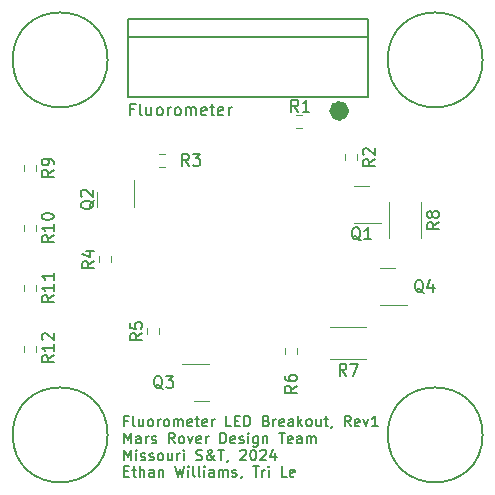
<source format=gbr>
%TF.GenerationSoftware,KiCad,Pcbnew,7.0.7*%
%TF.CreationDate,2023-11-05T11:25:07-06:00*%
%TF.ProjectId,LEDBreakout_Hardware,4c454442-7265-4616-9b6f-75745f486172,rev?*%
%TF.SameCoordinates,Original*%
%TF.FileFunction,Legend,Top*%
%TF.FilePolarity,Positive*%
%FSLAX46Y46*%
G04 Gerber Fmt 4.6, Leading zero omitted, Abs format (unit mm)*
G04 Created by KiCad (PCBNEW 7.0.7) date 2023-11-05 11:25:07*
%MOMM*%
%LPD*%
G01*
G04 APERTURE LIST*
%ADD10C,0.837000*%
%ADD11C,0.150000*%
%ADD12C,0.203200*%
%ADD13C,0.120000*%
G04 APERTURE END LIST*
D10*
X92620500Y-67818000D02*
G75*
G03*
X92620500Y-67818000I-418500J0D01*
G01*
D11*
X74838112Y-67672009D02*
X74504779Y-67672009D01*
X74504779Y-68195819D02*
X74504779Y-67195819D01*
X74504779Y-67195819D02*
X74980969Y-67195819D01*
X75504779Y-68195819D02*
X75409541Y-68148200D01*
X75409541Y-68148200D02*
X75361922Y-68052961D01*
X75361922Y-68052961D02*
X75361922Y-67195819D01*
X76314303Y-67529152D02*
X76314303Y-68195819D01*
X75885732Y-67529152D02*
X75885732Y-68052961D01*
X75885732Y-68052961D02*
X75933351Y-68148200D01*
X75933351Y-68148200D02*
X76028589Y-68195819D01*
X76028589Y-68195819D02*
X76171446Y-68195819D01*
X76171446Y-68195819D02*
X76266684Y-68148200D01*
X76266684Y-68148200D02*
X76314303Y-68100580D01*
X76933351Y-68195819D02*
X76838113Y-68148200D01*
X76838113Y-68148200D02*
X76790494Y-68100580D01*
X76790494Y-68100580D02*
X76742875Y-68005342D01*
X76742875Y-68005342D02*
X76742875Y-67719628D01*
X76742875Y-67719628D02*
X76790494Y-67624390D01*
X76790494Y-67624390D02*
X76838113Y-67576771D01*
X76838113Y-67576771D02*
X76933351Y-67529152D01*
X76933351Y-67529152D02*
X77076208Y-67529152D01*
X77076208Y-67529152D02*
X77171446Y-67576771D01*
X77171446Y-67576771D02*
X77219065Y-67624390D01*
X77219065Y-67624390D02*
X77266684Y-67719628D01*
X77266684Y-67719628D02*
X77266684Y-68005342D01*
X77266684Y-68005342D02*
X77219065Y-68100580D01*
X77219065Y-68100580D02*
X77171446Y-68148200D01*
X77171446Y-68148200D02*
X77076208Y-68195819D01*
X77076208Y-68195819D02*
X76933351Y-68195819D01*
X77695256Y-68195819D02*
X77695256Y-67529152D01*
X77695256Y-67719628D02*
X77742875Y-67624390D01*
X77742875Y-67624390D02*
X77790494Y-67576771D01*
X77790494Y-67576771D02*
X77885732Y-67529152D01*
X77885732Y-67529152D02*
X77980970Y-67529152D01*
X78457161Y-68195819D02*
X78361923Y-68148200D01*
X78361923Y-68148200D02*
X78314304Y-68100580D01*
X78314304Y-68100580D02*
X78266685Y-68005342D01*
X78266685Y-68005342D02*
X78266685Y-67719628D01*
X78266685Y-67719628D02*
X78314304Y-67624390D01*
X78314304Y-67624390D02*
X78361923Y-67576771D01*
X78361923Y-67576771D02*
X78457161Y-67529152D01*
X78457161Y-67529152D02*
X78600018Y-67529152D01*
X78600018Y-67529152D02*
X78695256Y-67576771D01*
X78695256Y-67576771D02*
X78742875Y-67624390D01*
X78742875Y-67624390D02*
X78790494Y-67719628D01*
X78790494Y-67719628D02*
X78790494Y-68005342D01*
X78790494Y-68005342D02*
X78742875Y-68100580D01*
X78742875Y-68100580D02*
X78695256Y-68148200D01*
X78695256Y-68148200D02*
X78600018Y-68195819D01*
X78600018Y-68195819D02*
X78457161Y-68195819D01*
X79219066Y-68195819D02*
X79219066Y-67529152D01*
X79219066Y-67624390D02*
X79266685Y-67576771D01*
X79266685Y-67576771D02*
X79361923Y-67529152D01*
X79361923Y-67529152D02*
X79504780Y-67529152D01*
X79504780Y-67529152D02*
X79600018Y-67576771D01*
X79600018Y-67576771D02*
X79647637Y-67672009D01*
X79647637Y-67672009D02*
X79647637Y-68195819D01*
X79647637Y-67672009D02*
X79695256Y-67576771D01*
X79695256Y-67576771D02*
X79790494Y-67529152D01*
X79790494Y-67529152D02*
X79933351Y-67529152D01*
X79933351Y-67529152D02*
X80028590Y-67576771D01*
X80028590Y-67576771D02*
X80076209Y-67672009D01*
X80076209Y-67672009D02*
X80076209Y-68195819D01*
X80933351Y-68148200D02*
X80838113Y-68195819D01*
X80838113Y-68195819D02*
X80647637Y-68195819D01*
X80647637Y-68195819D02*
X80552399Y-68148200D01*
X80552399Y-68148200D02*
X80504780Y-68052961D01*
X80504780Y-68052961D02*
X80504780Y-67672009D01*
X80504780Y-67672009D02*
X80552399Y-67576771D01*
X80552399Y-67576771D02*
X80647637Y-67529152D01*
X80647637Y-67529152D02*
X80838113Y-67529152D01*
X80838113Y-67529152D02*
X80933351Y-67576771D01*
X80933351Y-67576771D02*
X80980970Y-67672009D01*
X80980970Y-67672009D02*
X80980970Y-67767247D01*
X80980970Y-67767247D02*
X80504780Y-67862485D01*
X81266685Y-67529152D02*
X81647637Y-67529152D01*
X81409542Y-67195819D02*
X81409542Y-68052961D01*
X81409542Y-68052961D02*
X81457161Y-68148200D01*
X81457161Y-68148200D02*
X81552399Y-68195819D01*
X81552399Y-68195819D02*
X81647637Y-68195819D01*
X82361923Y-68148200D02*
X82266685Y-68195819D01*
X82266685Y-68195819D02*
X82076209Y-68195819D01*
X82076209Y-68195819D02*
X81980971Y-68148200D01*
X81980971Y-68148200D02*
X81933352Y-68052961D01*
X81933352Y-68052961D02*
X81933352Y-67672009D01*
X81933352Y-67672009D02*
X81980971Y-67576771D01*
X81980971Y-67576771D02*
X82076209Y-67529152D01*
X82076209Y-67529152D02*
X82266685Y-67529152D01*
X82266685Y-67529152D02*
X82361923Y-67576771D01*
X82361923Y-67576771D02*
X82409542Y-67672009D01*
X82409542Y-67672009D02*
X82409542Y-67767247D01*
X82409542Y-67767247D02*
X81933352Y-67862485D01*
X82838114Y-68195819D02*
X82838114Y-67529152D01*
X82838114Y-67719628D02*
X82885733Y-67624390D01*
X82885733Y-67624390D02*
X82933352Y-67576771D01*
X82933352Y-67576771D02*
X83028590Y-67529152D01*
X83028590Y-67529152D02*
X83123828Y-67529152D01*
D12*
X74301684Y-94054100D02*
X74005350Y-94054100D01*
X74005350Y-94519767D02*
X74005350Y-93630767D01*
X74005350Y-93630767D02*
X74428684Y-93630767D01*
X74894350Y-94519767D02*
X74809684Y-94477434D01*
X74809684Y-94477434D02*
X74767350Y-94392767D01*
X74767350Y-94392767D02*
X74767350Y-93630767D01*
X75614017Y-93927100D02*
X75614017Y-94519767D01*
X75233017Y-93927100D02*
X75233017Y-94392767D01*
X75233017Y-94392767D02*
X75275351Y-94477434D01*
X75275351Y-94477434D02*
X75360017Y-94519767D01*
X75360017Y-94519767D02*
X75487017Y-94519767D01*
X75487017Y-94519767D02*
X75571684Y-94477434D01*
X75571684Y-94477434D02*
X75614017Y-94435100D01*
X76164350Y-94519767D02*
X76079684Y-94477434D01*
X76079684Y-94477434D02*
X76037350Y-94435100D01*
X76037350Y-94435100D02*
X75995017Y-94350434D01*
X75995017Y-94350434D02*
X75995017Y-94096434D01*
X75995017Y-94096434D02*
X76037350Y-94011767D01*
X76037350Y-94011767D02*
X76079684Y-93969434D01*
X76079684Y-93969434D02*
X76164350Y-93927100D01*
X76164350Y-93927100D02*
X76291350Y-93927100D01*
X76291350Y-93927100D02*
X76376017Y-93969434D01*
X76376017Y-93969434D02*
X76418350Y-94011767D01*
X76418350Y-94011767D02*
X76460684Y-94096434D01*
X76460684Y-94096434D02*
X76460684Y-94350434D01*
X76460684Y-94350434D02*
X76418350Y-94435100D01*
X76418350Y-94435100D02*
X76376017Y-94477434D01*
X76376017Y-94477434D02*
X76291350Y-94519767D01*
X76291350Y-94519767D02*
X76164350Y-94519767D01*
X76841683Y-94519767D02*
X76841683Y-93927100D01*
X76841683Y-94096434D02*
X76884017Y-94011767D01*
X76884017Y-94011767D02*
X76926350Y-93969434D01*
X76926350Y-93969434D02*
X77011017Y-93927100D01*
X77011017Y-93927100D02*
X77095683Y-93927100D01*
X77519016Y-94519767D02*
X77434350Y-94477434D01*
X77434350Y-94477434D02*
X77392016Y-94435100D01*
X77392016Y-94435100D02*
X77349683Y-94350434D01*
X77349683Y-94350434D02*
X77349683Y-94096434D01*
X77349683Y-94096434D02*
X77392016Y-94011767D01*
X77392016Y-94011767D02*
X77434350Y-93969434D01*
X77434350Y-93969434D02*
X77519016Y-93927100D01*
X77519016Y-93927100D02*
X77646016Y-93927100D01*
X77646016Y-93927100D02*
X77730683Y-93969434D01*
X77730683Y-93969434D02*
X77773016Y-94011767D01*
X77773016Y-94011767D02*
X77815350Y-94096434D01*
X77815350Y-94096434D02*
X77815350Y-94350434D01*
X77815350Y-94350434D02*
X77773016Y-94435100D01*
X77773016Y-94435100D02*
X77730683Y-94477434D01*
X77730683Y-94477434D02*
X77646016Y-94519767D01*
X77646016Y-94519767D02*
X77519016Y-94519767D01*
X78196349Y-94519767D02*
X78196349Y-93927100D01*
X78196349Y-94011767D02*
X78238683Y-93969434D01*
X78238683Y-93969434D02*
X78323349Y-93927100D01*
X78323349Y-93927100D02*
X78450349Y-93927100D01*
X78450349Y-93927100D02*
X78535016Y-93969434D01*
X78535016Y-93969434D02*
X78577349Y-94054100D01*
X78577349Y-94054100D02*
X78577349Y-94519767D01*
X78577349Y-94054100D02*
X78619683Y-93969434D01*
X78619683Y-93969434D02*
X78704349Y-93927100D01*
X78704349Y-93927100D02*
X78831349Y-93927100D01*
X78831349Y-93927100D02*
X78916016Y-93969434D01*
X78916016Y-93969434D02*
X78958349Y-94054100D01*
X78958349Y-94054100D02*
X78958349Y-94519767D01*
X79720349Y-94477434D02*
X79635682Y-94519767D01*
X79635682Y-94519767D02*
X79466349Y-94519767D01*
X79466349Y-94519767D02*
X79381682Y-94477434D01*
X79381682Y-94477434D02*
X79339349Y-94392767D01*
X79339349Y-94392767D02*
X79339349Y-94054100D01*
X79339349Y-94054100D02*
X79381682Y-93969434D01*
X79381682Y-93969434D02*
X79466349Y-93927100D01*
X79466349Y-93927100D02*
X79635682Y-93927100D01*
X79635682Y-93927100D02*
X79720349Y-93969434D01*
X79720349Y-93969434D02*
X79762682Y-94054100D01*
X79762682Y-94054100D02*
X79762682Y-94138767D01*
X79762682Y-94138767D02*
X79339349Y-94223434D01*
X80016682Y-93927100D02*
X80355349Y-93927100D01*
X80143682Y-93630767D02*
X80143682Y-94392767D01*
X80143682Y-94392767D02*
X80186016Y-94477434D01*
X80186016Y-94477434D02*
X80270682Y-94519767D01*
X80270682Y-94519767D02*
X80355349Y-94519767D01*
X80990349Y-94477434D02*
X80905682Y-94519767D01*
X80905682Y-94519767D02*
X80736349Y-94519767D01*
X80736349Y-94519767D02*
X80651682Y-94477434D01*
X80651682Y-94477434D02*
X80609349Y-94392767D01*
X80609349Y-94392767D02*
X80609349Y-94054100D01*
X80609349Y-94054100D02*
X80651682Y-93969434D01*
X80651682Y-93969434D02*
X80736349Y-93927100D01*
X80736349Y-93927100D02*
X80905682Y-93927100D01*
X80905682Y-93927100D02*
X80990349Y-93969434D01*
X80990349Y-93969434D02*
X81032682Y-94054100D01*
X81032682Y-94054100D02*
X81032682Y-94138767D01*
X81032682Y-94138767D02*
X80609349Y-94223434D01*
X81413682Y-94519767D02*
X81413682Y-93927100D01*
X81413682Y-94096434D02*
X81456016Y-94011767D01*
X81456016Y-94011767D02*
X81498349Y-93969434D01*
X81498349Y-93969434D02*
X81583016Y-93927100D01*
X81583016Y-93927100D02*
X81667682Y-93927100D01*
X83064682Y-94519767D02*
X82641348Y-94519767D01*
X82641348Y-94519767D02*
X82641348Y-93630767D01*
X83361015Y-94054100D02*
X83657349Y-94054100D01*
X83784349Y-94519767D02*
X83361015Y-94519767D01*
X83361015Y-94519767D02*
X83361015Y-93630767D01*
X83361015Y-93630767D02*
X83784349Y-93630767D01*
X84165348Y-94519767D02*
X84165348Y-93630767D01*
X84165348Y-93630767D02*
X84377015Y-93630767D01*
X84377015Y-93630767D02*
X84504015Y-93673100D01*
X84504015Y-93673100D02*
X84588682Y-93757767D01*
X84588682Y-93757767D02*
X84631015Y-93842434D01*
X84631015Y-93842434D02*
X84673348Y-94011767D01*
X84673348Y-94011767D02*
X84673348Y-94138767D01*
X84673348Y-94138767D02*
X84631015Y-94308100D01*
X84631015Y-94308100D02*
X84588682Y-94392767D01*
X84588682Y-94392767D02*
X84504015Y-94477434D01*
X84504015Y-94477434D02*
X84377015Y-94519767D01*
X84377015Y-94519767D02*
X84165348Y-94519767D01*
X86028015Y-94054100D02*
X86155015Y-94096434D01*
X86155015Y-94096434D02*
X86197348Y-94138767D01*
X86197348Y-94138767D02*
X86239681Y-94223434D01*
X86239681Y-94223434D02*
X86239681Y-94350434D01*
X86239681Y-94350434D02*
X86197348Y-94435100D01*
X86197348Y-94435100D02*
X86155015Y-94477434D01*
X86155015Y-94477434D02*
X86070348Y-94519767D01*
X86070348Y-94519767D02*
X85731681Y-94519767D01*
X85731681Y-94519767D02*
X85731681Y-93630767D01*
X85731681Y-93630767D02*
X86028015Y-93630767D01*
X86028015Y-93630767D02*
X86112681Y-93673100D01*
X86112681Y-93673100D02*
X86155015Y-93715434D01*
X86155015Y-93715434D02*
X86197348Y-93800100D01*
X86197348Y-93800100D02*
X86197348Y-93884767D01*
X86197348Y-93884767D02*
X86155015Y-93969434D01*
X86155015Y-93969434D02*
X86112681Y-94011767D01*
X86112681Y-94011767D02*
X86028015Y-94054100D01*
X86028015Y-94054100D02*
X85731681Y-94054100D01*
X86620681Y-94519767D02*
X86620681Y-93927100D01*
X86620681Y-94096434D02*
X86663015Y-94011767D01*
X86663015Y-94011767D02*
X86705348Y-93969434D01*
X86705348Y-93969434D02*
X86790015Y-93927100D01*
X86790015Y-93927100D02*
X86874681Y-93927100D01*
X87509681Y-94477434D02*
X87425014Y-94519767D01*
X87425014Y-94519767D02*
X87255681Y-94519767D01*
X87255681Y-94519767D02*
X87171014Y-94477434D01*
X87171014Y-94477434D02*
X87128681Y-94392767D01*
X87128681Y-94392767D02*
X87128681Y-94054100D01*
X87128681Y-94054100D02*
X87171014Y-93969434D01*
X87171014Y-93969434D02*
X87255681Y-93927100D01*
X87255681Y-93927100D02*
X87425014Y-93927100D01*
X87425014Y-93927100D02*
X87509681Y-93969434D01*
X87509681Y-93969434D02*
X87552014Y-94054100D01*
X87552014Y-94054100D02*
X87552014Y-94138767D01*
X87552014Y-94138767D02*
X87128681Y-94223434D01*
X88314014Y-94519767D02*
X88314014Y-94054100D01*
X88314014Y-94054100D02*
X88271681Y-93969434D01*
X88271681Y-93969434D02*
X88187014Y-93927100D01*
X88187014Y-93927100D02*
X88017681Y-93927100D01*
X88017681Y-93927100D02*
X87933014Y-93969434D01*
X88314014Y-94477434D02*
X88229348Y-94519767D01*
X88229348Y-94519767D02*
X88017681Y-94519767D01*
X88017681Y-94519767D02*
X87933014Y-94477434D01*
X87933014Y-94477434D02*
X87890681Y-94392767D01*
X87890681Y-94392767D02*
X87890681Y-94308100D01*
X87890681Y-94308100D02*
X87933014Y-94223434D01*
X87933014Y-94223434D02*
X88017681Y-94181100D01*
X88017681Y-94181100D02*
X88229348Y-94181100D01*
X88229348Y-94181100D02*
X88314014Y-94138767D01*
X88737347Y-94519767D02*
X88737347Y-93630767D01*
X88822014Y-94181100D02*
X89076014Y-94519767D01*
X89076014Y-93927100D02*
X88737347Y-94265767D01*
X89584014Y-94519767D02*
X89499348Y-94477434D01*
X89499348Y-94477434D02*
X89457014Y-94435100D01*
X89457014Y-94435100D02*
X89414681Y-94350434D01*
X89414681Y-94350434D02*
X89414681Y-94096434D01*
X89414681Y-94096434D02*
X89457014Y-94011767D01*
X89457014Y-94011767D02*
X89499348Y-93969434D01*
X89499348Y-93969434D02*
X89584014Y-93927100D01*
X89584014Y-93927100D02*
X89711014Y-93927100D01*
X89711014Y-93927100D02*
X89795681Y-93969434D01*
X89795681Y-93969434D02*
X89838014Y-94011767D01*
X89838014Y-94011767D02*
X89880348Y-94096434D01*
X89880348Y-94096434D02*
X89880348Y-94350434D01*
X89880348Y-94350434D02*
X89838014Y-94435100D01*
X89838014Y-94435100D02*
X89795681Y-94477434D01*
X89795681Y-94477434D02*
X89711014Y-94519767D01*
X89711014Y-94519767D02*
X89584014Y-94519767D01*
X90642347Y-93927100D02*
X90642347Y-94519767D01*
X90261347Y-93927100D02*
X90261347Y-94392767D01*
X90261347Y-94392767D02*
X90303681Y-94477434D01*
X90303681Y-94477434D02*
X90388347Y-94519767D01*
X90388347Y-94519767D02*
X90515347Y-94519767D01*
X90515347Y-94519767D02*
X90600014Y-94477434D01*
X90600014Y-94477434D02*
X90642347Y-94435100D01*
X90938680Y-93927100D02*
X91277347Y-93927100D01*
X91065680Y-93630767D02*
X91065680Y-94392767D01*
X91065680Y-94392767D02*
X91108014Y-94477434D01*
X91108014Y-94477434D02*
X91192680Y-94519767D01*
X91192680Y-94519767D02*
X91277347Y-94519767D01*
X91616014Y-94477434D02*
X91616014Y-94519767D01*
X91616014Y-94519767D02*
X91573680Y-94604434D01*
X91573680Y-94604434D02*
X91531347Y-94646767D01*
X93182346Y-94519767D02*
X92886013Y-94096434D01*
X92674346Y-94519767D02*
X92674346Y-93630767D01*
X92674346Y-93630767D02*
X93013013Y-93630767D01*
X93013013Y-93630767D02*
X93097680Y-93673100D01*
X93097680Y-93673100D02*
X93140013Y-93715434D01*
X93140013Y-93715434D02*
X93182346Y-93800100D01*
X93182346Y-93800100D02*
X93182346Y-93927100D01*
X93182346Y-93927100D02*
X93140013Y-94011767D01*
X93140013Y-94011767D02*
X93097680Y-94054100D01*
X93097680Y-94054100D02*
X93013013Y-94096434D01*
X93013013Y-94096434D02*
X92674346Y-94096434D01*
X93902013Y-94477434D02*
X93817346Y-94519767D01*
X93817346Y-94519767D02*
X93648013Y-94519767D01*
X93648013Y-94519767D02*
X93563346Y-94477434D01*
X93563346Y-94477434D02*
X93521013Y-94392767D01*
X93521013Y-94392767D02*
X93521013Y-94054100D01*
X93521013Y-94054100D02*
X93563346Y-93969434D01*
X93563346Y-93969434D02*
X93648013Y-93927100D01*
X93648013Y-93927100D02*
X93817346Y-93927100D01*
X93817346Y-93927100D02*
X93902013Y-93969434D01*
X93902013Y-93969434D02*
X93944346Y-94054100D01*
X93944346Y-94054100D02*
X93944346Y-94138767D01*
X93944346Y-94138767D02*
X93521013Y-94223434D01*
X94240680Y-93927100D02*
X94452346Y-94519767D01*
X94452346Y-94519767D02*
X94664013Y-93927100D01*
X95468346Y-94519767D02*
X94960346Y-94519767D01*
X95214346Y-94519767D02*
X95214346Y-93630767D01*
X95214346Y-93630767D02*
X95129679Y-93757767D01*
X95129679Y-93757767D02*
X95045013Y-93842434D01*
X95045013Y-93842434D02*
X94960346Y-93884767D01*
X74005350Y-95951057D02*
X74005350Y-95062057D01*
X74005350Y-95062057D02*
X74301684Y-95697057D01*
X74301684Y-95697057D02*
X74598017Y-95062057D01*
X74598017Y-95062057D02*
X74598017Y-95951057D01*
X75402350Y-95951057D02*
X75402350Y-95485390D01*
X75402350Y-95485390D02*
X75360017Y-95400724D01*
X75360017Y-95400724D02*
X75275350Y-95358390D01*
X75275350Y-95358390D02*
X75106017Y-95358390D01*
X75106017Y-95358390D02*
X75021350Y-95400724D01*
X75402350Y-95908724D02*
X75317684Y-95951057D01*
X75317684Y-95951057D02*
X75106017Y-95951057D01*
X75106017Y-95951057D02*
X75021350Y-95908724D01*
X75021350Y-95908724D02*
X74979017Y-95824057D01*
X74979017Y-95824057D02*
X74979017Y-95739390D01*
X74979017Y-95739390D02*
X75021350Y-95654724D01*
X75021350Y-95654724D02*
X75106017Y-95612390D01*
X75106017Y-95612390D02*
X75317684Y-95612390D01*
X75317684Y-95612390D02*
X75402350Y-95570057D01*
X75825683Y-95951057D02*
X75825683Y-95358390D01*
X75825683Y-95527724D02*
X75868017Y-95443057D01*
X75868017Y-95443057D02*
X75910350Y-95400724D01*
X75910350Y-95400724D02*
X75995017Y-95358390D01*
X75995017Y-95358390D02*
X76079683Y-95358390D01*
X76333683Y-95908724D02*
X76418350Y-95951057D01*
X76418350Y-95951057D02*
X76587683Y-95951057D01*
X76587683Y-95951057D02*
X76672350Y-95908724D01*
X76672350Y-95908724D02*
X76714683Y-95824057D01*
X76714683Y-95824057D02*
X76714683Y-95781724D01*
X76714683Y-95781724D02*
X76672350Y-95697057D01*
X76672350Y-95697057D02*
X76587683Y-95654724D01*
X76587683Y-95654724D02*
X76460683Y-95654724D01*
X76460683Y-95654724D02*
X76376016Y-95612390D01*
X76376016Y-95612390D02*
X76333683Y-95527724D01*
X76333683Y-95527724D02*
X76333683Y-95485390D01*
X76333683Y-95485390D02*
X76376016Y-95400724D01*
X76376016Y-95400724D02*
X76460683Y-95358390D01*
X76460683Y-95358390D02*
X76587683Y-95358390D01*
X76587683Y-95358390D02*
X76672350Y-95400724D01*
X78281016Y-95951057D02*
X77984683Y-95527724D01*
X77773016Y-95951057D02*
X77773016Y-95062057D01*
X77773016Y-95062057D02*
X78111683Y-95062057D01*
X78111683Y-95062057D02*
X78196350Y-95104390D01*
X78196350Y-95104390D02*
X78238683Y-95146724D01*
X78238683Y-95146724D02*
X78281016Y-95231390D01*
X78281016Y-95231390D02*
X78281016Y-95358390D01*
X78281016Y-95358390D02*
X78238683Y-95443057D01*
X78238683Y-95443057D02*
X78196350Y-95485390D01*
X78196350Y-95485390D02*
X78111683Y-95527724D01*
X78111683Y-95527724D02*
X77773016Y-95527724D01*
X78789016Y-95951057D02*
X78704350Y-95908724D01*
X78704350Y-95908724D02*
X78662016Y-95866390D01*
X78662016Y-95866390D02*
X78619683Y-95781724D01*
X78619683Y-95781724D02*
X78619683Y-95527724D01*
X78619683Y-95527724D02*
X78662016Y-95443057D01*
X78662016Y-95443057D02*
X78704350Y-95400724D01*
X78704350Y-95400724D02*
X78789016Y-95358390D01*
X78789016Y-95358390D02*
X78916016Y-95358390D01*
X78916016Y-95358390D02*
X79000683Y-95400724D01*
X79000683Y-95400724D02*
X79043016Y-95443057D01*
X79043016Y-95443057D02*
X79085350Y-95527724D01*
X79085350Y-95527724D02*
X79085350Y-95781724D01*
X79085350Y-95781724D02*
X79043016Y-95866390D01*
X79043016Y-95866390D02*
X79000683Y-95908724D01*
X79000683Y-95908724D02*
X78916016Y-95951057D01*
X78916016Y-95951057D02*
X78789016Y-95951057D01*
X79381683Y-95358390D02*
X79593349Y-95951057D01*
X79593349Y-95951057D02*
X79805016Y-95358390D01*
X80482349Y-95908724D02*
X80397682Y-95951057D01*
X80397682Y-95951057D02*
X80228349Y-95951057D01*
X80228349Y-95951057D02*
X80143682Y-95908724D01*
X80143682Y-95908724D02*
X80101349Y-95824057D01*
X80101349Y-95824057D02*
X80101349Y-95485390D01*
X80101349Y-95485390D02*
X80143682Y-95400724D01*
X80143682Y-95400724D02*
X80228349Y-95358390D01*
X80228349Y-95358390D02*
X80397682Y-95358390D01*
X80397682Y-95358390D02*
X80482349Y-95400724D01*
X80482349Y-95400724D02*
X80524682Y-95485390D01*
X80524682Y-95485390D02*
X80524682Y-95570057D01*
X80524682Y-95570057D02*
X80101349Y-95654724D01*
X80905682Y-95951057D02*
X80905682Y-95358390D01*
X80905682Y-95527724D02*
X80948016Y-95443057D01*
X80948016Y-95443057D02*
X80990349Y-95400724D01*
X80990349Y-95400724D02*
X81075016Y-95358390D01*
X81075016Y-95358390D02*
X81159682Y-95358390D01*
X82133348Y-95951057D02*
X82133348Y-95062057D01*
X82133348Y-95062057D02*
X82345015Y-95062057D01*
X82345015Y-95062057D02*
X82472015Y-95104390D01*
X82472015Y-95104390D02*
X82556682Y-95189057D01*
X82556682Y-95189057D02*
X82599015Y-95273724D01*
X82599015Y-95273724D02*
X82641348Y-95443057D01*
X82641348Y-95443057D02*
X82641348Y-95570057D01*
X82641348Y-95570057D02*
X82599015Y-95739390D01*
X82599015Y-95739390D02*
X82556682Y-95824057D01*
X82556682Y-95824057D02*
X82472015Y-95908724D01*
X82472015Y-95908724D02*
X82345015Y-95951057D01*
X82345015Y-95951057D02*
X82133348Y-95951057D01*
X83361015Y-95908724D02*
X83276348Y-95951057D01*
X83276348Y-95951057D02*
X83107015Y-95951057D01*
X83107015Y-95951057D02*
X83022348Y-95908724D01*
X83022348Y-95908724D02*
X82980015Y-95824057D01*
X82980015Y-95824057D02*
X82980015Y-95485390D01*
X82980015Y-95485390D02*
X83022348Y-95400724D01*
X83022348Y-95400724D02*
X83107015Y-95358390D01*
X83107015Y-95358390D02*
X83276348Y-95358390D01*
X83276348Y-95358390D02*
X83361015Y-95400724D01*
X83361015Y-95400724D02*
X83403348Y-95485390D01*
X83403348Y-95485390D02*
X83403348Y-95570057D01*
X83403348Y-95570057D02*
X82980015Y-95654724D01*
X83742015Y-95908724D02*
X83826682Y-95951057D01*
X83826682Y-95951057D02*
X83996015Y-95951057D01*
X83996015Y-95951057D02*
X84080682Y-95908724D01*
X84080682Y-95908724D02*
X84123015Y-95824057D01*
X84123015Y-95824057D02*
X84123015Y-95781724D01*
X84123015Y-95781724D02*
X84080682Y-95697057D01*
X84080682Y-95697057D02*
X83996015Y-95654724D01*
X83996015Y-95654724D02*
X83869015Y-95654724D01*
X83869015Y-95654724D02*
X83784348Y-95612390D01*
X83784348Y-95612390D02*
X83742015Y-95527724D01*
X83742015Y-95527724D02*
X83742015Y-95485390D01*
X83742015Y-95485390D02*
X83784348Y-95400724D01*
X83784348Y-95400724D02*
X83869015Y-95358390D01*
X83869015Y-95358390D02*
X83996015Y-95358390D01*
X83996015Y-95358390D02*
X84080682Y-95400724D01*
X84504015Y-95951057D02*
X84504015Y-95358390D01*
X84504015Y-95062057D02*
X84461682Y-95104390D01*
X84461682Y-95104390D02*
X84504015Y-95146724D01*
X84504015Y-95146724D02*
X84546349Y-95104390D01*
X84546349Y-95104390D02*
X84504015Y-95062057D01*
X84504015Y-95062057D02*
X84504015Y-95146724D01*
X85308348Y-95358390D02*
X85308348Y-96078057D01*
X85308348Y-96078057D02*
X85266015Y-96162724D01*
X85266015Y-96162724D02*
X85223682Y-96205057D01*
X85223682Y-96205057D02*
X85139015Y-96247390D01*
X85139015Y-96247390D02*
X85012015Y-96247390D01*
X85012015Y-96247390D02*
X84927348Y-96205057D01*
X85308348Y-95908724D02*
X85223682Y-95951057D01*
X85223682Y-95951057D02*
X85054348Y-95951057D01*
X85054348Y-95951057D02*
X84969682Y-95908724D01*
X84969682Y-95908724D02*
X84927348Y-95866390D01*
X84927348Y-95866390D02*
X84885015Y-95781724D01*
X84885015Y-95781724D02*
X84885015Y-95527724D01*
X84885015Y-95527724D02*
X84927348Y-95443057D01*
X84927348Y-95443057D02*
X84969682Y-95400724D01*
X84969682Y-95400724D02*
X85054348Y-95358390D01*
X85054348Y-95358390D02*
X85223682Y-95358390D01*
X85223682Y-95358390D02*
X85308348Y-95400724D01*
X85731681Y-95358390D02*
X85731681Y-95951057D01*
X85731681Y-95443057D02*
X85774015Y-95400724D01*
X85774015Y-95400724D02*
X85858681Y-95358390D01*
X85858681Y-95358390D02*
X85985681Y-95358390D01*
X85985681Y-95358390D02*
X86070348Y-95400724D01*
X86070348Y-95400724D02*
X86112681Y-95485390D01*
X86112681Y-95485390D02*
X86112681Y-95951057D01*
X87086347Y-95062057D02*
X87594347Y-95062057D01*
X87340347Y-95951057D02*
X87340347Y-95062057D01*
X88229347Y-95908724D02*
X88144680Y-95951057D01*
X88144680Y-95951057D02*
X87975347Y-95951057D01*
X87975347Y-95951057D02*
X87890680Y-95908724D01*
X87890680Y-95908724D02*
X87848347Y-95824057D01*
X87848347Y-95824057D02*
X87848347Y-95485390D01*
X87848347Y-95485390D02*
X87890680Y-95400724D01*
X87890680Y-95400724D02*
X87975347Y-95358390D01*
X87975347Y-95358390D02*
X88144680Y-95358390D01*
X88144680Y-95358390D02*
X88229347Y-95400724D01*
X88229347Y-95400724D02*
X88271680Y-95485390D01*
X88271680Y-95485390D02*
X88271680Y-95570057D01*
X88271680Y-95570057D02*
X87848347Y-95654724D01*
X89033680Y-95951057D02*
X89033680Y-95485390D01*
X89033680Y-95485390D02*
X88991347Y-95400724D01*
X88991347Y-95400724D02*
X88906680Y-95358390D01*
X88906680Y-95358390D02*
X88737347Y-95358390D01*
X88737347Y-95358390D02*
X88652680Y-95400724D01*
X89033680Y-95908724D02*
X88949014Y-95951057D01*
X88949014Y-95951057D02*
X88737347Y-95951057D01*
X88737347Y-95951057D02*
X88652680Y-95908724D01*
X88652680Y-95908724D02*
X88610347Y-95824057D01*
X88610347Y-95824057D02*
X88610347Y-95739390D01*
X88610347Y-95739390D02*
X88652680Y-95654724D01*
X88652680Y-95654724D02*
X88737347Y-95612390D01*
X88737347Y-95612390D02*
X88949014Y-95612390D01*
X88949014Y-95612390D02*
X89033680Y-95570057D01*
X89457013Y-95951057D02*
X89457013Y-95358390D01*
X89457013Y-95443057D02*
X89499347Y-95400724D01*
X89499347Y-95400724D02*
X89584013Y-95358390D01*
X89584013Y-95358390D02*
X89711013Y-95358390D01*
X89711013Y-95358390D02*
X89795680Y-95400724D01*
X89795680Y-95400724D02*
X89838013Y-95485390D01*
X89838013Y-95485390D02*
X89838013Y-95951057D01*
X89838013Y-95485390D02*
X89880347Y-95400724D01*
X89880347Y-95400724D02*
X89965013Y-95358390D01*
X89965013Y-95358390D02*
X90092013Y-95358390D01*
X90092013Y-95358390D02*
X90176680Y-95400724D01*
X90176680Y-95400724D02*
X90219013Y-95485390D01*
X90219013Y-95485390D02*
X90219013Y-95951057D01*
X74005350Y-97382347D02*
X74005350Y-96493347D01*
X74005350Y-96493347D02*
X74301684Y-97128347D01*
X74301684Y-97128347D02*
X74598017Y-96493347D01*
X74598017Y-96493347D02*
X74598017Y-97382347D01*
X75021350Y-97382347D02*
X75021350Y-96789680D01*
X75021350Y-96493347D02*
X74979017Y-96535680D01*
X74979017Y-96535680D02*
X75021350Y-96578014D01*
X75021350Y-96578014D02*
X75063684Y-96535680D01*
X75063684Y-96535680D02*
X75021350Y-96493347D01*
X75021350Y-96493347D02*
X75021350Y-96578014D01*
X75402350Y-97340014D02*
X75487017Y-97382347D01*
X75487017Y-97382347D02*
X75656350Y-97382347D01*
X75656350Y-97382347D02*
X75741017Y-97340014D01*
X75741017Y-97340014D02*
X75783350Y-97255347D01*
X75783350Y-97255347D02*
X75783350Y-97213014D01*
X75783350Y-97213014D02*
X75741017Y-97128347D01*
X75741017Y-97128347D02*
X75656350Y-97086014D01*
X75656350Y-97086014D02*
X75529350Y-97086014D01*
X75529350Y-97086014D02*
X75444683Y-97043680D01*
X75444683Y-97043680D02*
X75402350Y-96959014D01*
X75402350Y-96959014D02*
X75402350Y-96916680D01*
X75402350Y-96916680D02*
X75444683Y-96832014D01*
X75444683Y-96832014D02*
X75529350Y-96789680D01*
X75529350Y-96789680D02*
X75656350Y-96789680D01*
X75656350Y-96789680D02*
X75741017Y-96832014D01*
X76122017Y-97340014D02*
X76206684Y-97382347D01*
X76206684Y-97382347D02*
X76376017Y-97382347D01*
X76376017Y-97382347D02*
X76460684Y-97340014D01*
X76460684Y-97340014D02*
X76503017Y-97255347D01*
X76503017Y-97255347D02*
X76503017Y-97213014D01*
X76503017Y-97213014D02*
X76460684Y-97128347D01*
X76460684Y-97128347D02*
X76376017Y-97086014D01*
X76376017Y-97086014D02*
X76249017Y-97086014D01*
X76249017Y-97086014D02*
X76164350Y-97043680D01*
X76164350Y-97043680D02*
X76122017Y-96959014D01*
X76122017Y-96959014D02*
X76122017Y-96916680D01*
X76122017Y-96916680D02*
X76164350Y-96832014D01*
X76164350Y-96832014D02*
X76249017Y-96789680D01*
X76249017Y-96789680D02*
X76376017Y-96789680D01*
X76376017Y-96789680D02*
X76460684Y-96832014D01*
X77011017Y-97382347D02*
X76926351Y-97340014D01*
X76926351Y-97340014D02*
X76884017Y-97297680D01*
X76884017Y-97297680D02*
X76841684Y-97213014D01*
X76841684Y-97213014D02*
X76841684Y-96959014D01*
X76841684Y-96959014D02*
X76884017Y-96874347D01*
X76884017Y-96874347D02*
X76926351Y-96832014D01*
X76926351Y-96832014D02*
X77011017Y-96789680D01*
X77011017Y-96789680D02*
X77138017Y-96789680D01*
X77138017Y-96789680D02*
X77222684Y-96832014D01*
X77222684Y-96832014D02*
X77265017Y-96874347D01*
X77265017Y-96874347D02*
X77307351Y-96959014D01*
X77307351Y-96959014D02*
X77307351Y-97213014D01*
X77307351Y-97213014D02*
X77265017Y-97297680D01*
X77265017Y-97297680D02*
X77222684Y-97340014D01*
X77222684Y-97340014D02*
X77138017Y-97382347D01*
X77138017Y-97382347D02*
X77011017Y-97382347D01*
X78069350Y-96789680D02*
X78069350Y-97382347D01*
X77688350Y-96789680D02*
X77688350Y-97255347D01*
X77688350Y-97255347D02*
X77730684Y-97340014D01*
X77730684Y-97340014D02*
X77815350Y-97382347D01*
X77815350Y-97382347D02*
X77942350Y-97382347D01*
X77942350Y-97382347D02*
X78027017Y-97340014D01*
X78027017Y-97340014D02*
X78069350Y-97297680D01*
X78492683Y-97382347D02*
X78492683Y-96789680D01*
X78492683Y-96959014D02*
X78535017Y-96874347D01*
X78535017Y-96874347D02*
X78577350Y-96832014D01*
X78577350Y-96832014D02*
X78662017Y-96789680D01*
X78662017Y-96789680D02*
X78746683Y-96789680D01*
X79043016Y-97382347D02*
X79043016Y-96789680D01*
X79043016Y-96493347D02*
X79000683Y-96535680D01*
X79000683Y-96535680D02*
X79043016Y-96578014D01*
X79043016Y-96578014D02*
X79085350Y-96535680D01*
X79085350Y-96535680D02*
X79043016Y-96493347D01*
X79043016Y-96493347D02*
X79043016Y-96578014D01*
X80101349Y-97340014D02*
X80228349Y-97382347D01*
X80228349Y-97382347D02*
X80440016Y-97382347D01*
X80440016Y-97382347D02*
X80524682Y-97340014D01*
X80524682Y-97340014D02*
X80567016Y-97297680D01*
X80567016Y-97297680D02*
X80609349Y-97213014D01*
X80609349Y-97213014D02*
X80609349Y-97128347D01*
X80609349Y-97128347D02*
X80567016Y-97043680D01*
X80567016Y-97043680D02*
X80524682Y-97001347D01*
X80524682Y-97001347D02*
X80440016Y-96959014D01*
X80440016Y-96959014D02*
X80270682Y-96916680D01*
X80270682Y-96916680D02*
X80186016Y-96874347D01*
X80186016Y-96874347D02*
X80143682Y-96832014D01*
X80143682Y-96832014D02*
X80101349Y-96747347D01*
X80101349Y-96747347D02*
X80101349Y-96662680D01*
X80101349Y-96662680D02*
X80143682Y-96578014D01*
X80143682Y-96578014D02*
X80186016Y-96535680D01*
X80186016Y-96535680D02*
X80270682Y-96493347D01*
X80270682Y-96493347D02*
X80482349Y-96493347D01*
X80482349Y-96493347D02*
X80609349Y-96535680D01*
X81710016Y-97382347D02*
X81667683Y-97382347D01*
X81667683Y-97382347D02*
X81583016Y-97340014D01*
X81583016Y-97340014D02*
X81456016Y-97213014D01*
X81456016Y-97213014D02*
X81244349Y-96959014D01*
X81244349Y-96959014D02*
X81159683Y-96832014D01*
X81159683Y-96832014D02*
X81117349Y-96705014D01*
X81117349Y-96705014D02*
X81117349Y-96620347D01*
X81117349Y-96620347D02*
X81159683Y-96535680D01*
X81159683Y-96535680D02*
X81244349Y-96493347D01*
X81244349Y-96493347D02*
X81286683Y-96493347D01*
X81286683Y-96493347D02*
X81371349Y-96535680D01*
X81371349Y-96535680D02*
X81413683Y-96620347D01*
X81413683Y-96620347D02*
X81413683Y-96662680D01*
X81413683Y-96662680D02*
X81371349Y-96747347D01*
X81371349Y-96747347D02*
X81329016Y-96789680D01*
X81329016Y-96789680D02*
X81075016Y-96959014D01*
X81075016Y-96959014D02*
X81032683Y-97001347D01*
X81032683Y-97001347D02*
X80990349Y-97086014D01*
X80990349Y-97086014D02*
X80990349Y-97213014D01*
X80990349Y-97213014D02*
X81032683Y-97297680D01*
X81032683Y-97297680D02*
X81075016Y-97340014D01*
X81075016Y-97340014D02*
X81159683Y-97382347D01*
X81159683Y-97382347D02*
X81286683Y-97382347D01*
X81286683Y-97382347D02*
X81371349Y-97340014D01*
X81371349Y-97340014D02*
X81413683Y-97297680D01*
X81413683Y-97297680D02*
X81540683Y-97128347D01*
X81540683Y-97128347D02*
X81583016Y-97001347D01*
X81583016Y-97001347D02*
X81583016Y-96916680D01*
X81964016Y-96493347D02*
X82472016Y-96493347D01*
X82218016Y-97382347D02*
X82218016Y-96493347D01*
X82810683Y-97340014D02*
X82810683Y-97382347D01*
X82810683Y-97382347D02*
X82768349Y-97467014D01*
X82768349Y-97467014D02*
X82726016Y-97509347D01*
X83826682Y-96578014D02*
X83869015Y-96535680D01*
X83869015Y-96535680D02*
X83953682Y-96493347D01*
X83953682Y-96493347D02*
X84165349Y-96493347D01*
X84165349Y-96493347D02*
X84250015Y-96535680D01*
X84250015Y-96535680D02*
X84292349Y-96578014D01*
X84292349Y-96578014D02*
X84334682Y-96662680D01*
X84334682Y-96662680D02*
X84334682Y-96747347D01*
X84334682Y-96747347D02*
X84292349Y-96874347D01*
X84292349Y-96874347D02*
X83784349Y-97382347D01*
X83784349Y-97382347D02*
X84334682Y-97382347D01*
X84885016Y-96493347D02*
X84969682Y-96493347D01*
X84969682Y-96493347D02*
X85054349Y-96535680D01*
X85054349Y-96535680D02*
X85096682Y-96578014D01*
X85096682Y-96578014D02*
X85139016Y-96662680D01*
X85139016Y-96662680D02*
X85181349Y-96832014D01*
X85181349Y-96832014D02*
X85181349Y-97043680D01*
X85181349Y-97043680D02*
X85139016Y-97213014D01*
X85139016Y-97213014D02*
X85096682Y-97297680D01*
X85096682Y-97297680D02*
X85054349Y-97340014D01*
X85054349Y-97340014D02*
X84969682Y-97382347D01*
X84969682Y-97382347D02*
X84885016Y-97382347D01*
X84885016Y-97382347D02*
X84800349Y-97340014D01*
X84800349Y-97340014D02*
X84758016Y-97297680D01*
X84758016Y-97297680D02*
X84715682Y-97213014D01*
X84715682Y-97213014D02*
X84673349Y-97043680D01*
X84673349Y-97043680D02*
X84673349Y-96832014D01*
X84673349Y-96832014D02*
X84715682Y-96662680D01*
X84715682Y-96662680D02*
X84758016Y-96578014D01*
X84758016Y-96578014D02*
X84800349Y-96535680D01*
X84800349Y-96535680D02*
X84885016Y-96493347D01*
X85520016Y-96578014D02*
X85562349Y-96535680D01*
X85562349Y-96535680D02*
X85647016Y-96493347D01*
X85647016Y-96493347D02*
X85858683Y-96493347D01*
X85858683Y-96493347D02*
X85943349Y-96535680D01*
X85943349Y-96535680D02*
X85985683Y-96578014D01*
X85985683Y-96578014D02*
X86028016Y-96662680D01*
X86028016Y-96662680D02*
X86028016Y-96747347D01*
X86028016Y-96747347D02*
X85985683Y-96874347D01*
X85985683Y-96874347D02*
X85477683Y-97382347D01*
X85477683Y-97382347D02*
X86028016Y-97382347D01*
X86790016Y-96789680D02*
X86790016Y-97382347D01*
X86578350Y-96451014D02*
X86366683Y-97086014D01*
X86366683Y-97086014D02*
X86917016Y-97086014D01*
X74005350Y-98347970D02*
X74301684Y-98347970D01*
X74428684Y-98813637D02*
X74005350Y-98813637D01*
X74005350Y-98813637D02*
X74005350Y-97924637D01*
X74005350Y-97924637D02*
X74428684Y-97924637D01*
X74682683Y-98220970D02*
X75021350Y-98220970D01*
X74809683Y-97924637D02*
X74809683Y-98686637D01*
X74809683Y-98686637D02*
X74852017Y-98771304D01*
X74852017Y-98771304D02*
X74936683Y-98813637D01*
X74936683Y-98813637D02*
X75021350Y-98813637D01*
X75317683Y-98813637D02*
X75317683Y-97924637D01*
X75698683Y-98813637D02*
X75698683Y-98347970D01*
X75698683Y-98347970D02*
X75656350Y-98263304D01*
X75656350Y-98263304D02*
X75571683Y-98220970D01*
X75571683Y-98220970D02*
X75444683Y-98220970D01*
X75444683Y-98220970D02*
X75360017Y-98263304D01*
X75360017Y-98263304D02*
X75317683Y-98305637D01*
X76503016Y-98813637D02*
X76503016Y-98347970D01*
X76503016Y-98347970D02*
X76460683Y-98263304D01*
X76460683Y-98263304D02*
X76376016Y-98220970D01*
X76376016Y-98220970D02*
X76206683Y-98220970D01*
X76206683Y-98220970D02*
X76122016Y-98263304D01*
X76503016Y-98771304D02*
X76418350Y-98813637D01*
X76418350Y-98813637D02*
X76206683Y-98813637D01*
X76206683Y-98813637D02*
X76122016Y-98771304D01*
X76122016Y-98771304D02*
X76079683Y-98686637D01*
X76079683Y-98686637D02*
X76079683Y-98601970D01*
X76079683Y-98601970D02*
X76122016Y-98517304D01*
X76122016Y-98517304D02*
X76206683Y-98474970D01*
X76206683Y-98474970D02*
X76418350Y-98474970D01*
X76418350Y-98474970D02*
X76503016Y-98432637D01*
X76926349Y-98220970D02*
X76926349Y-98813637D01*
X76926349Y-98305637D02*
X76968683Y-98263304D01*
X76968683Y-98263304D02*
X77053349Y-98220970D01*
X77053349Y-98220970D02*
X77180349Y-98220970D01*
X77180349Y-98220970D02*
X77265016Y-98263304D01*
X77265016Y-98263304D02*
X77307349Y-98347970D01*
X77307349Y-98347970D02*
X77307349Y-98813637D01*
X78323349Y-97924637D02*
X78535015Y-98813637D01*
X78535015Y-98813637D02*
X78704349Y-98178637D01*
X78704349Y-98178637D02*
X78873682Y-98813637D01*
X78873682Y-98813637D02*
X79085349Y-97924637D01*
X79424015Y-98813637D02*
X79424015Y-98220970D01*
X79424015Y-97924637D02*
X79381682Y-97966970D01*
X79381682Y-97966970D02*
X79424015Y-98009304D01*
X79424015Y-98009304D02*
X79466349Y-97966970D01*
X79466349Y-97966970D02*
X79424015Y-97924637D01*
X79424015Y-97924637D02*
X79424015Y-98009304D01*
X79974348Y-98813637D02*
X79889682Y-98771304D01*
X79889682Y-98771304D02*
X79847348Y-98686637D01*
X79847348Y-98686637D02*
X79847348Y-97924637D01*
X80440015Y-98813637D02*
X80355349Y-98771304D01*
X80355349Y-98771304D02*
X80313015Y-98686637D01*
X80313015Y-98686637D02*
X80313015Y-97924637D01*
X80778682Y-98813637D02*
X80778682Y-98220970D01*
X80778682Y-97924637D02*
X80736349Y-97966970D01*
X80736349Y-97966970D02*
X80778682Y-98009304D01*
X80778682Y-98009304D02*
X80821016Y-97966970D01*
X80821016Y-97966970D02*
X80778682Y-97924637D01*
X80778682Y-97924637D02*
X80778682Y-98009304D01*
X81583015Y-98813637D02*
X81583015Y-98347970D01*
X81583015Y-98347970D02*
X81540682Y-98263304D01*
X81540682Y-98263304D02*
X81456015Y-98220970D01*
X81456015Y-98220970D02*
X81286682Y-98220970D01*
X81286682Y-98220970D02*
X81202015Y-98263304D01*
X81583015Y-98771304D02*
X81498349Y-98813637D01*
X81498349Y-98813637D02*
X81286682Y-98813637D01*
X81286682Y-98813637D02*
X81202015Y-98771304D01*
X81202015Y-98771304D02*
X81159682Y-98686637D01*
X81159682Y-98686637D02*
X81159682Y-98601970D01*
X81159682Y-98601970D02*
X81202015Y-98517304D01*
X81202015Y-98517304D02*
X81286682Y-98474970D01*
X81286682Y-98474970D02*
X81498349Y-98474970D01*
X81498349Y-98474970D02*
X81583015Y-98432637D01*
X82006348Y-98813637D02*
X82006348Y-98220970D01*
X82006348Y-98305637D02*
X82048682Y-98263304D01*
X82048682Y-98263304D02*
X82133348Y-98220970D01*
X82133348Y-98220970D02*
X82260348Y-98220970D01*
X82260348Y-98220970D02*
X82345015Y-98263304D01*
X82345015Y-98263304D02*
X82387348Y-98347970D01*
X82387348Y-98347970D02*
X82387348Y-98813637D01*
X82387348Y-98347970D02*
X82429682Y-98263304D01*
X82429682Y-98263304D02*
X82514348Y-98220970D01*
X82514348Y-98220970D02*
X82641348Y-98220970D01*
X82641348Y-98220970D02*
X82726015Y-98263304D01*
X82726015Y-98263304D02*
X82768348Y-98347970D01*
X82768348Y-98347970D02*
X82768348Y-98813637D01*
X83149348Y-98771304D02*
X83234015Y-98813637D01*
X83234015Y-98813637D02*
X83403348Y-98813637D01*
X83403348Y-98813637D02*
X83488015Y-98771304D01*
X83488015Y-98771304D02*
X83530348Y-98686637D01*
X83530348Y-98686637D02*
X83530348Y-98644304D01*
X83530348Y-98644304D02*
X83488015Y-98559637D01*
X83488015Y-98559637D02*
X83403348Y-98517304D01*
X83403348Y-98517304D02*
X83276348Y-98517304D01*
X83276348Y-98517304D02*
X83191681Y-98474970D01*
X83191681Y-98474970D02*
X83149348Y-98390304D01*
X83149348Y-98390304D02*
X83149348Y-98347970D01*
X83149348Y-98347970D02*
X83191681Y-98263304D01*
X83191681Y-98263304D02*
X83276348Y-98220970D01*
X83276348Y-98220970D02*
X83403348Y-98220970D01*
X83403348Y-98220970D02*
X83488015Y-98263304D01*
X83953682Y-98771304D02*
X83953682Y-98813637D01*
X83953682Y-98813637D02*
X83911348Y-98898304D01*
X83911348Y-98898304D02*
X83869015Y-98940637D01*
X84885014Y-97924637D02*
X85393014Y-97924637D01*
X85139014Y-98813637D02*
X85139014Y-97924637D01*
X85689347Y-98813637D02*
X85689347Y-98220970D01*
X85689347Y-98390304D02*
X85731681Y-98305637D01*
X85731681Y-98305637D02*
X85774014Y-98263304D01*
X85774014Y-98263304D02*
X85858681Y-98220970D01*
X85858681Y-98220970D02*
X85943347Y-98220970D01*
X86239680Y-98813637D02*
X86239680Y-98220970D01*
X86239680Y-97924637D02*
X86197347Y-97966970D01*
X86197347Y-97966970D02*
X86239680Y-98009304D01*
X86239680Y-98009304D02*
X86282014Y-97966970D01*
X86282014Y-97966970D02*
X86239680Y-97924637D01*
X86239680Y-97924637D02*
X86239680Y-98009304D01*
X87763680Y-98813637D02*
X87340346Y-98813637D01*
X87340346Y-98813637D02*
X87340346Y-97924637D01*
X88398680Y-98771304D02*
X88314013Y-98813637D01*
X88314013Y-98813637D02*
X88144680Y-98813637D01*
X88144680Y-98813637D02*
X88060013Y-98771304D01*
X88060013Y-98771304D02*
X88017680Y-98686637D01*
X88017680Y-98686637D02*
X88017680Y-98347970D01*
X88017680Y-98347970D02*
X88060013Y-98263304D01*
X88060013Y-98263304D02*
X88144680Y-98220970D01*
X88144680Y-98220970D02*
X88314013Y-98220970D01*
X88314013Y-98220970D02*
X88398680Y-98263304D01*
X88398680Y-98263304D02*
X88441013Y-98347970D01*
X88441013Y-98347970D02*
X88441013Y-98432637D01*
X88441013Y-98432637D02*
X88017680Y-98517304D01*
D11*
X68018819Y-72810666D02*
X67542628Y-73143999D01*
X68018819Y-73382094D02*
X67018819Y-73382094D01*
X67018819Y-73382094D02*
X67018819Y-73001142D01*
X67018819Y-73001142D02*
X67066438Y-72905904D01*
X67066438Y-72905904D02*
X67114057Y-72858285D01*
X67114057Y-72858285D02*
X67209295Y-72810666D01*
X67209295Y-72810666D02*
X67352152Y-72810666D01*
X67352152Y-72810666D02*
X67447390Y-72858285D01*
X67447390Y-72858285D02*
X67495009Y-72905904D01*
X67495009Y-72905904D02*
X67542628Y-73001142D01*
X67542628Y-73001142D02*
X67542628Y-73382094D01*
X68018819Y-72334475D02*
X68018819Y-72143999D01*
X68018819Y-72143999D02*
X67971200Y-72048761D01*
X67971200Y-72048761D02*
X67923580Y-72001142D01*
X67923580Y-72001142D02*
X67780723Y-71905904D01*
X67780723Y-71905904D02*
X67590247Y-71858285D01*
X67590247Y-71858285D02*
X67209295Y-71858285D01*
X67209295Y-71858285D02*
X67114057Y-71905904D01*
X67114057Y-71905904D02*
X67066438Y-71953523D01*
X67066438Y-71953523D02*
X67018819Y-72048761D01*
X67018819Y-72048761D02*
X67018819Y-72239237D01*
X67018819Y-72239237D02*
X67066438Y-72334475D01*
X67066438Y-72334475D02*
X67114057Y-72382094D01*
X67114057Y-72382094D02*
X67209295Y-72429713D01*
X67209295Y-72429713D02*
X67447390Y-72429713D01*
X67447390Y-72429713D02*
X67542628Y-72382094D01*
X67542628Y-72382094D02*
X67590247Y-72334475D01*
X67590247Y-72334475D02*
X67637866Y-72239237D01*
X67637866Y-72239237D02*
X67637866Y-72048761D01*
X67637866Y-72048761D02*
X67590247Y-71953523D01*
X67590247Y-71953523D02*
X67542628Y-71905904D01*
X67542628Y-71905904D02*
X67447390Y-71858285D01*
X68018819Y-83446857D02*
X67542628Y-83780190D01*
X68018819Y-84018285D02*
X67018819Y-84018285D01*
X67018819Y-84018285D02*
X67018819Y-83637333D01*
X67018819Y-83637333D02*
X67066438Y-83542095D01*
X67066438Y-83542095D02*
X67114057Y-83494476D01*
X67114057Y-83494476D02*
X67209295Y-83446857D01*
X67209295Y-83446857D02*
X67352152Y-83446857D01*
X67352152Y-83446857D02*
X67447390Y-83494476D01*
X67447390Y-83494476D02*
X67495009Y-83542095D01*
X67495009Y-83542095D02*
X67542628Y-83637333D01*
X67542628Y-83637333D02*
X67542628Y-84018285D01*
X68018819Y-82494476D02*
X68018819Y-83065904D01*
X68018819Y-82780190D02*
X67018819Y-82780190D01*
X67018819Y-82780190D02*
X67161676Y-82875428D01*
X67161676Y-82875428D02*
X67256914Y-82970666D01*
X67256914Y-82970666D02*
X67304533Y-83065904D01*
X68018819Y-81542095D02*
X68018819Y-82113523D01*
X68018819Y-81827809D02*
X67018819Y-81827809D01*
X67018819Y-81827809D02*
X67161676Y-81923047D01*
X67161676Y-81923047D02*
X67256914Y-82018285D01*
X67256914Y-82018285D02*
X67304533Y-82113523D01*
X68018819Y-88526857D02*
X67542628Y-88860190D01*
X68018819Y-89098285D02*
X67018819Y-89098285D01*
X67018819Y-89098285D02*
X67018819Y-88717333D01*
X67018819Y-88717333D02*
X67066438Y-88622095D01*
X67066438Y-88622095D02*
X67114057Y-88574476D01*
X67114057Y-88574476D02*
X67209295Y-88526857D01*
X67209295Y-88526857D02*
X67352152Y-88526857D01*
X67352152Y-88526857D02*
X67447390Y-88574476D01*
X67447390Y-88574476D02*
X67495009Y-88622095D01*
X67495009Y-88622095D02*
X67542628Y-88717333D01*
X67542628Y-88717333D02*
X67542628Y-89098285D01*
X68018819Y-87574476D02*
X68018819Y-88145904D01*
X68018819Y-87860190D02*
X67018819Y-87860190D01*
X67018819Y-87860190D02*
X67161676Y-87955428D01*
X67161676Y-87955428D02*
X67256914Y-88050666D01*
X67256914Y-88050666D02*
X67304533Y-88145904D01*
X67114057Y-87193523D02*
X67066438Y-87145904D01*
X67066438Y-87145904D02*
X67018819Y-87050666D01*
X67018819Y-87050666D02*
X67018819Y-86812571D01*
X67018819Y-86812571D02*
X67066438Y-86717333D01*
X67066438Y-86717333D02*
X67114057Y-86669714D01*
X67114057Y-86669714D02*
X67209295Y-86622095D01*
X67209295Y-86622095D02*
X67304533Y-86622095D01*
X67304533Y-86622095D02*
X67447390Y-86669714D01*
X67447390Y-86669714D02*
X68018819Y-87241142D01*
X68018819Y-87241142D02*
X68018819Y-86622095D01*
X88733333Y-67891819D02*
X88400000Y-67415628D01*
X88161905Y-67891819D02*
X88161905Y-66891819D01*
X88161905Y-66891819D02*
X88542857Y-66891819D01*
X88542857Y-66891819D02*
X88638095Y-66939438D01*
X88638095Y-66939438D02*
X88685714Y-66987057D01*
X88685714Y-66987057D02*
X88733333Y-67082295D01*
X88733333Y-67082295D02*
X88733333Y-67225152D01*
X88733333Y-67225152D02*
X88685714Y-67320390D01*
X88685714Y-67320390D02*
X88638095Y-67368009D01*
X88638095Y-67368009D02*
X88542857Y-67415628D01*
X88542857Y-67415628D02*
X88161905Y-67415628D01*
X89685714Y-67891819D02*
X89114286Y-67891819D01*
X89400000Y-67891819D02*
X89400000Y-66891819D01*
X89400000Y-66891819D02*
X89304762Y-67034676D01*
X89304762Y-67034676D02*
X89209524Y-67129914D01*
X89209524Y-67129914D02*
X89114286Y-67177533D01*
X94011761Y-78782057D02*
X93916523Y-78734438D01*
X93916523Y-78734438D02*
X93821285Y-78639200D01*
X93821285Y-78639200D02*
X93678428Y-78496342D01*
X93678428Y-78496342D02*
X93583190Y-78448723D01*
X93583190Y-78448723D02*
X93487952Y-78448723D01*
X93535571Y-78686819D02*
X93440333Y-78639200D01*
X93440333Y-78639200D02*
X93345095Y-78543961D01*
X93345095Y-78543961D02*
X93297476Y-78353485D01*
X93297476Y-78353485D02*
X93297476Y-78020152D01*
X93297476Y-78020152D02*
X93345095Y-77829676D01*
X93345095Y-77829676D02*
X93440333Y-77734438D01*
X93440333Y-77734438D02*
X93535571Y-77686819D01*
X93535571Y-77686819D02*
X93726047Y-77686819D01*
X93726047Y-77686819D02*
X93821285Y-77734438D01*
X93821285Y-77734438D02*
X93916523Y-77829676D01*
X93916523Y-77829676D02*
X93964142Y-78020152D01*
X93964142Y-78020152D02*
X93964142Y-78353485D01*
X93964142Y-78353485D02*
X93916523Y-78543961D01*
X93916523Y-78543961D02*
X93821285Y-78639200D01*
X93821285Y-78639200D02*
X93726047Y-78686819D01*
X93726047Y-78686819D02*
X93535571Y-78686819D01*
X94916523Y-78686819D02*
X94345095Y-78686819D01*
X94630809Y-78686819D02*
X94630809Y-77686819D01*
X94630809Y-77686819D02*
X94535571Y-77829676D01*
X94535571Y-77829676D02*
X94440333Y-77924914D01*
X94440333Y-77924914D02*
X94345095Y-77972533D01*
X100657819Y-77255666D02*
X100181628Y-77588999D01*
X100657819Y-77827094D02*
X99657819Y-77827094D01*
X99657819Y-77827094D02*
X99657819Y-77446142D01*
X99657819Y-77446142D02*
X99705438Y-77350904D01*
X99705438Y-77350904D02*
X99753057Y-77303285D01*
X99753057Y-77303285D02*
X99848295Y-77255666D01*
X99848295Y-77255666D02*
X99991152Y-77255666D01*
X99991152Y-77255666D02*
X100086390Y-77303285D01*
X100086390Y-77303285D02*
X100134009Y-77350904D01*
X100134009Y-77350904D02*
X100181628Y-77446142D01*
X100181628Y-77446142D02*
X100181628Y-77827094D01*
X100086390Y-76684237D02*
X100038771Y-76779475D01*
X100038771Y-76779475D02*
X99991152Y-76827094D01*
X99991152Y-76827094D02*
X99895914Y-76874713D01*
X99895914Y-76874713D02*
X99848295Y-76874713D01*
X99848295Y-76874713D02*
X99753057Y-76827094D01*
X99753057Y-76827094D02*
X99705438Y-76779475D01*
X99705438Y-76779475D02*
X99657819Y-76684237D01*
X99657819Y-76684237D02*
X99657819Y-76493761D01*
X99657819Y-76493761D02*
X99705438Y-76398523D01*
X99705438Y-76398523D02*
X99753057Y-76350904D01*
X99753057Y-76350904D02*
X99848295Y-76303285D01*
X99848295Y-76303285D02*
X99895914Y-76303285D01*
X99895914Y-76303285D02*
X99991152Y-76350904D01*
X99991152Y-76350904D02*
X100038771Y-76398523D01*
X100038771Y-76398523D02*
X100086390Y-76493761D01*
X100086390Y-76493761D02*
X100086390Y-76684237D01*
X100086390Y-76684237D02*
X100134009Y-76779475D01*
X100134009Y-76779475D02*
X100181628Y-76827094D01*
X100181628Y-76827094D02*
X100276866Y-76874713D01*
X100276866Y-76874713D02*
X100467342Y-76874713D01*
X100467342Y-76874713D02*
X100562580Y-76827094D01*
X100562580Y-76827094D02*
X100610200Y-76779475D01*
X100610200Y-76779475D02*
X100657819Y-76684237D01*
X100657819Y-76684237D02*
X100657819Y-76493761D01*
X100657819Y-76493761D02*
X100610200Y-76398523D01*
X100610200Y-76398523D02*
X100562580Y-76350904D01*
X100562580Y-76350904D02*
X100467342Y-76303285D01*
X100467342Y-76303285D02*
X100276866Y-76303285D01*
X100276866Y-76303285D02*
X100181628Y-76350904D01*
X100181628Y-76350904D02*
X100134009Y-76398523D01*
X100134009Y-76398523D02*
X100086390Y-76493761D01*
X95196819Y-71921666D02*
X94720628Y-72254999D01*
X95196819Y-72493094D02*
X94196819Y-72493094D01*
X94196819Y-72493094D02*
X94196819Y-72112142D01*
X94196819Y-72112142D02*
X94244438Y-72016904D01*
X94244438Y-72016904D02*
X94292057Y-71969285D01*
X94292057Y-71969285D02*
X94387295Y-71921666D01*
X94387295Y-71921666D02*
X94530152Y-71921666D01*
X94530152Y-71921666D02*
X94625390Y-71969285D01*
X94625390Y-71969285D02*
X94673009Y-72016904D01*
X94673009Y-72016904D02*
X94720628Y-72112142D01*
X94720628Y-72112142D02*
X94720628Y-72493094D01*
X94292057Y-71540713D02*
X94244438Y-71493094D01*
X94244438Y-71493094D02*
X94196819Y-71397856D01*
X94196819Y-71397856D02*
X94196819Y-71159761D01*
X94196819Y-71159761D02*
X94244438Y-71064523D01*
X94244438Y-71064523D02*
X94292057Y-71016904D01*
X94292057Y-71016904D02*
X94387295Y-70969285D01*
X94387295Y-70969285D02*
X94482533Y-70969285D01*
X94482533Y-70969285D02*
X94625390Y-71016904D01*
X94625390Y-71016904D02*
X95196819Y-71588332D01*
X95196819Y-71588332D02*
X95196819Y-70969285D01*
X75511819Y-86653666D02*
X75035628Y-86986999D01*
X75511819Y-87225094D02*
X74511819Y-87225094D01*
X74511819Y-87225094D02*
X74511819Y-86844142D01*
X74511819Y-86844142D02*
X74559438Y-86748904D01*
X74559438Y-86748904D02*
X74607057Y-86701285D01*
X74607057Y-86701285D02*
X74702295Y-86653666D01*
X74702295Y-86653666D02*
X74845152Y-86653666D01*
X74845152Y-86653666D02*
X74940390Y-86701285D01*
X74940390Y-86701285D02*
X74988009Y-86748904D01*
X74988009Y-86748904D02*
X75035628Y-86844142D01*
X75035628Y-86844142D02*
X75035628Y-87225094D01*
X74511819Y-85748904D02*
X74511819Y-86225094D01*
X74511819Y-86225094D02*
X74988009Y-86272713D01*
X74988009Y-86272713D02*
X74940390Y-86225094D01*
X74940390Y-86225094D02*
X74892771Y-86129856D01*
X74892771Y-86129856D02*
X74892771Y-85891761D01*
X74892771Y-85891761D02*
X74940390Y-85796523D01*
X74940390Y-85796523D02*
X74988009Y-85748904D01*
X74988009Y-85748904D02*
X75083247Y-85701285D01*
X75083247Y-85701285D02*
X75321342Y-85701285D01*
X75321342Y-85701285D02*
X75416580Y-85748904D01*
X75416580Y-85748904D02*
X75464200Y-85796523D01*
X75464200Y-85796523D02*
X75511819Y-85891761D01*
X75511819Y-85891761D02*
X75511819Y-86129856D01*
X75511819Y-86129856D02*
X75464200Y-86225094D01*
X75464200Y-86225094D02*
X75416580Y-86272713D01*
X71447819Y-80557666D02*
X70971628Y-80890999D01*
X71447819Y-81129094D02*
X70447819Y-81129094D01*
X70447819Y-81129094D02*
X70447819Y-80748142D01*
X70447819Y-80748142D02*
X70495438Y-80652904D01*
X70495438Y-80652904D02*
X70543057Y-80605285D01*
X70543057Y-80605285D02*
X70638295Y-80557666D01*
X70638295Y-80557666D02*
X70781152Y-80557666D01*
X70781152Y-80557666D02*
X70876390Y-80605285D01*
X70876390Y-80605285D02*
X70924009Y-80652904D01*
X70924009Y-80652904D02*
X70971628Y-80748142D01*
X70971628Y-80748142D02*
X70971628Y-81129094D01*
X70781152Y-79700523D02*
X71447819Y-79700523D01*
X70400200Y-79938618D02*
X71114485Y-80176713D01*
X71114485Y-80176713D02*
X71114485Y-79557666D01*
X99345761Y-83227057D02*
X99250523Y-83179438D01*
X99250523Y-83179438D02*
X99155285Y-83084200D01*
X99155285Y-83084200D02*
X99012428Y-82941342D01*
X99012428Y-82941342D02*
X98917190Y-82893723D01*
X98917190Y-82893723D02*
X98821952Y-82893723D01*
X98869571Y-83131819D02*
X98774333Y-83084200D01*
X98774333Y-83084200D02*
X98679095Y-82988961D01*
X98679095Y-82988961D02*
X98631476Y-82798485D01*
X98631476Y-82798485D02*
X98631476Y-82465152D01*
X98631476Y-82465152D02*
X98679095Y-82274676D01*
X98679095Y-82274676D02*
X98774333Y-82179438D01*
X98774333Y-82179438D02*
X98869571Y-82131819D01*
X98869571Y-82131819D02*
X99060047Y-82131819D01*
X99060047Y-82131819D02*
X99155285Y-82179438D01*
X99155285Y-82179438D02*
X99250523Y-82274676D01*
X99250523Y-82274676D02*
X99298142Y-82465152D01*
X99298142Y-82465152D02*
X99298142Y-82798485D01*
X99298142Y-82798485D02*
X99250523Y-82988961D01*
X99250523Y-82988961D02*
X99155285Y-83084200D01*
X99155285Y-83084200D02*
X99060047Y-83131819D01*
X99060047Y-83131819D02*
X98869571Y-83131819D01*
X100155285Y-82465152D02*
X100155285Y-83131819D01*
X99917190Y-82084200D02*
X99679095Y-82798485D01*
X99679095Y-82798485D02*
X100298142Y-82798485D01*
X77247761Y-91355057D02*
X77152523Y-91307438D01*
X77152523Y-91307438D02*
X77057285Y-91212200D01*
X77057285Y-91212200D02*
X76914428Y-91069342D01*
X76914428Y-91069342D02*
X76819190Y-91021723D01*
X76819190Y-91021723D02*
X76723952Y-91021723D01*
X76771571Y-91259819D02*
X76676333Y-91212200D01*
X76676333Y-91212200D02*
X76581095Y-91116961D01*
X76581095Y-91116961D02*
X76533476Y-90926485D01*
X76533476Y-90926485D02*
X76533476Y-90593152D01*
X76533476Y-90593152D02*
X76581095Y-90402676D01*
X76581095Y-90402676D02*
X76676333Y-90307438D01*
X76676333Y-90307438D02*
X76771571Y-90259819D01*
X76771571Y-90259819D02*
X76962047Y-90259819D01*
X76962047Y-90259819D02*
X77057285Y-90307438D01*
X77057285Y-90307438D02*
X77152523Y-90402676D01*
X77152523Y-90402676D02*
X77200142Y-90593152D01*
X77200142Y-90593152D02*
X77200142Y-90926485D01*
X77200142Y-90926485D02*
X77152523Y-91116961D01*
X77152523Y-91116961D02*
X77057285Y-91212200D01*
X77057285Y-91212200D02*
X76962047Y-91259819D01*
X76962047Y-91259819D02*
X76771571Y-91259819D01*
X77533476Y-90259819D02*
X78152523Y-90259819D01*
X78152523Y-90259819D02*
X77819190Y-90640771D01*
X77819190Y-90640771D02*
X77962047Y-90640771D01*
X77962047Y-90640771D02*
X78057285Y-90688390D01*
X78057285Y-90688390D02*
X78104904Y-90736009D01*
X78104904Y-90736009D02*
X78152523Y-90831247D01*
X78152523Y-90831247D02*
X78152523Y-91069342D01*
X78152523Y-91069342D02*
X78104904Y-91164580D01*
X78104904Y-91164580D02*
X78057285Y-91212200D01*
X78057285Y-91212200D02*
X77962047Y-91259819D01*
X77962047Y-91259819D02*
X77676333Y-91259819D01*
X77676333Y-91259819D02*
X77581095Y-91212200D01*
X77581095Y-91212200D02*
X77533476Y-91164580D01*
X71429057Y-75406238D02*
X71381438Y-75501476D01*
X71381438Y-75501476D02*
X71286200Y-75596714D01*
X71286200Y-75596714D02*
X71143342Y-75739571D01*
X71143342Y-75739571D02*
X71095723Y-75834809D01*
X71095723Y-75834809D02*
X71095723Y-75930047D01*
X71333819Y-75882428D02*
X71286200Y-75977666D01*
X71286200Y-75977666D02*
X71190961Y-76072904D01*
X71190961Y-76072904D02*
X71000485Y-76120523D01*
X71000485Y-76120523D02*
X70667152Y-76120523D01*
X70667152Y-76120523D02*
X70476676Y-76072904D01*
X70476676Y-76072904D02*
X70381438Y-75977666D01*
X70381438Y-75977666D02*
X70333819Y-75882428D01*
X70333819Y-75882428D02*
X70333819Y-75691952D01*
X70333819Y-75691952D02*
X70381438Y-75596714D01*
X70381438Y-75596714D02*
X70476676Y-75501476D01*
X70476676Y-75501476D02*
X70667152Y-75453857D01*
X70667152Y-75453857D02*
X71000485Y-75453857D01*
X71000485Y-75453857D02*
X71190961Y-75501476D01*
X71190961Y-75501476D02*
X71286200Y-75596714D01*
X71286200Y-75596714D02*
X71333819Y-75691952D01*
X71333819Y-75691952D02*
X71333819Y-75882428D01*
X70429057Y-75072904D02*
X70381438Y-75025285D01*
X70381438Y-75025285D02*
X70333819Y-74930047D01*
X70333819Y-74930047D02*
X70333819Y-74691952D01*
X70333819Y-74691952D02*
X70381438Y-74596714D01*
X70381438Y-74596714D02*
X70429057Y-74549095D01*
X70429057Y-74549095D02*
X70524295Y-74501476D01*
X70524295Y-74501476D02*
X70619533Y-74501476D01*
X70619533Y-74501476D02*
X70762390Y-74549095D01*
X70762390Y-74549095D02*
X71333819Y-75120523D01*
X71333819Y-75120523D02*
X71333819Y-74501476D01*
X88592819Y-91098666D02*
X88116628Y-91431999D01*
X88592819Y-91670094D02*
X87592819Y-91670094D01*
X87592819Y-91670094D02*
X87592819Y-91289142D01*
X87592819Y-91289142D02*
X87640438Y-91193904D01*
X87640438Y-91193904D02*
X87688057Y-91146285D01*
X87688057Y-91146285D02*
X87783295Y-91098666D01*
X87783295Y-91098666D02*
X87926152Y-91098666D01*
X87926152Y-91098666D02*
X88021390Y-91146285D01*
X88021390Y-91146285D02*
X88069009Y-91193904D01*
X88069009Y-91193904D02*
X88116628Y-91289142D01*
X88116628Y-91289142D02*
X88116628Y-91670094D01*
X87592819Y-90241523D02*
X87592819Y-90431999D01*
X87592819Y-90431999D02*
X87640438Y-90527237D01*
X87640438Y-90527237D02*
X87688057Y-90574856D01*
X87688057Y-90574856D02*
X87830914Y-90670094D01*
X87830914Y-90670094D02*
X88021390Y-90717713D01*
X88021390Y-90717713D02*
X88402342Y-90717713D01*
X88402342Y-90717713D02*
X88497580Y-90670094D01*
X88497580Y-90670094D02*
X88545200Y-90622475D01*
X88545200Y-90622475D02*
X88592819Y-90527237D01*
X88592819Y-90527237D02*
X88592819Y-90336761D01*
X88592819Y-90336761D02*
X88545200Y-90241523D01*
X88545200Y-90241523D02*
X88497580Y-90193904D01*
X88497580Y-90193904D02*
X88402342Y-90146285D01*
X88402342Y-90146285D02*
X88164247Y-90146285D01*
X88164247Y-90146285D02*
X88069009Y-90193904D01*
X88069009Y-90193904D02*
X88021390Y-90241523D01*
X88021390Y-90241523D02*
X87973771Y-90336761D01*
X87973771Y-90336761D02*
X87973771Y-90527237D01*
X87973771Y-90527237D02*
X88021390Y-90622475D01*
X88021390Y-90622475D02*
X88069009Y-90670094D01*
X88069009Y-90670094D02*
X88164247Y-90717713D01*
X79475333Y-72463819D02*
X79142000Y-71987628D01*
X78903905Y-72463819D02*
X78903905Y-71463819D01*
X78903905Y-71463819D02*
X79284857Y-71463819D01*
X79284857Y-71463819D02*
X79380095Y-71511438D01*
X79380095Y-71511438D02*
X79427714Y-71559057D01*
X79427714Y-71559057D02*
X79475333Y-71654295D01*
X79475333Y-71654295D02*
X79475333Y-71797152D01*
X79475333Y-71797152D02*
X79427714Y-71892390D01*
X79427714Y-71892390D02*
X79380095Y-71940009D01*
X79380095Y-71940009D02*
X79284857Y-71987628D01*
X79284857Y-71987628D02*
X78903905Y-71987628D01*
X79808667Y-71463819D02*
X80427714Y-71463819D01*
X80427714Y-71463819D02*
X80094381Y-71844771D01*
X80094381Y-71844771D02*
X80237238Y-71844771D01*
X80237238Y-71844771D02*
X80332476Y-71892390D01*
X80332476Y-71892390D02*
X80380095Y-71940009D01*
X80380095Y-71940009D02*
X80427714Y-72035247D01*
X80427714Y-72035247D02*
X80427714Y-72273342D01*
X80427714Y-72273342D02*
X80380095Y-72368580D01*
X80380095Y-72368580D02*
X80332476Y-72416200D01*
X80332476Y-72416200D02*
X80237238Y-72463819D01*
X80237238Y-72463819D02*
X79951524Y-72463819D01*
X79951524Y-72463819D02*
X79856286Y-72416200D01*
X79856286Y-72416200D02*
X79808667Y-72368580D01*
X92810333Y-90237819D02*
X92477000Y-89761628D01*
X92238905Y-90237819D02*
X92238905Y-89237819D01*
X92238905Y-89237819D02*
X92619857Y-89237819D01*
X92619857Y-89237819D02*
X92715095Y-89285438D01*
X92715095Y-89285438D02*
X92762714Y-89333057D01*
X92762714Y-89333057D02*
X92810333Y-89428295D01*
X92810333Y-89428295D02*
X92810333Y-89571152D01*
X92810333Y-89571152D02*
X92762714Y-89666390D01*
X92762714Y-89666390D02*
X92715095Y-89714009D01*
X92715095Y-89714009D02*
X92619857Y-89761628D01*
X92619857Y-89761628D02*
X92238905Y-89761628D01*
X93143667Y-89237819D02*
X93810333Y-89237819D01*
X93810333Y-89237819D02*
X93381762Y-90237819D01*
X68018819Y-78366857D02*
X67542628Y-78700190D01*
X68018819Y-78938285D02*
X67018819Y-78938285D01*
X67018819Y-78938285D02*
X67018819Y-78557333D01*
X67018819Y-78557333D02*
X67066438Y-78462095D01*
X67066438Y-78462095D02*
X67114057Y-78414476D01*
X67114057Y-78414476D02*
X67209295Y-78366857D01*
X67209295Y-78366857D02*
X67352152Y-78366857D01*
X67352152Y-78366857D02*
X67447390Y-78414476D01*
X67447390Y-78414476D02*
X67495009Y-78462095D01*
X67495009Y-78462095D02*
X67542628Y-78557333D01*
X67542628Y-78557333D02*
X67542628Y-78938285D01*
X68018819Y-77414476D02*
X68018819Y-77985904D01*
X68018819Y-77700190D02*
X67018819Y-77700190D01*
X67018819Y-77700190D02*
X67161676Y-77795428D01*
X67161676Y-77795428D02*
X67256914Y-77890666D01*
X67256914Y-77890666D02*
X67304533Y-77985904D01*
X67018819Y-76795428D02*
X67018819Y-76700190D01*
X67018819Y-76700190D02*
X67066438Y-76604952D01*
X67066438Y-76604952D02*
X67114057Y-76557333D01*
X67114057Y-76557333D02*
X67209295Y-76509714D01*
X67209295Y-76509714D02*
X67399771Y-76462095D01*
X67399771Y-76462095D02*
X67637866Y-76462095D01*
X67637866Y-76462095D02*
X67828342Y-76509714D01*
X67828342Y-76509714D02*
X67923580Y-76557333D01*
X67923580Y-76557333D02*
X67971200Y-76604952D01*
X67971200Y-76604952D02*
X68018819Y-76700190D01*
X68018819Y-76700190D02*
X68018819Y-76795428D01*
X68018819Y-76795428D02*
X67971200Y-76890666D01*
X67971200Y-76890666D02*
X67923580Y-76938285D01*
X67923580Y-76938285D02*
X67828342Y-76985904D01*
X67828342Y-76985904D02*
X67637866Y-77033523D01*
X67637866Y-77033523D02*
X67399771Y-77033523D01*
X67399771Y-77033523D02*
X67209295Y-76985904D01*
X67209295Y-76985904D02*
X67114057Y-76938285D01*
X67114057Y-76938285D02*
X67066438Y-76890666D01*
X67066438Y-76890666D02*
X67018819Y-76795428D01*
D13*
%TO.C,R9*%
X66562500Y-72389276D02*
X66562500Y-72898724D01*
X65517500Y-72389276D02*
X65517500Y-72898724D01*
D11*
%TO.C,REF\u002A\u002A*%
X72598283Y-63500000D02*
G75*
G03*
X72598283Y-63500000I-4018283J0D01*
G01*
D13*
%TO.C,R11*%
X66562500Y-82549276D02*
X66562500Y-83058724D01*
X65517500Y-82549276D02*
X65517500Y-83058724D01*
%TO.C,R12*%
X66562500Y-87732776D02*
X66562500Y-88242224D01*
X65517500Y-87732776D02*
X65517500Y-88242224D01*
%TO.C,R1*%
X89064224Y-69229500D02*
X88554776Y-69229500D01*
X89064224Y-68184500D02*
X88554776Y-68184500D01*
%TO.C,Q1*%
X94071500Y-77313000D02*
X95746500Y-77313000D01*
X94071500Y-77313000D02*
X93421500Y-77313000D01*
X94071500Y-74193000D02*
X94721500Y-74193000D01*
X94071500Y-74193000D02*
X93421500Y-74193000D01*
D11*
%TO.C,REF\u002A\u002A*%
X104348283Y-63500000D02*
G75*
G03*
X104348283Y-63500000I-4018283J0D01*
G01*
D13*
%TO.C,R8*%
X99163000Y-75561936D02*
X99163000Y-78616064D01*
X96443000Y-75561936D02*
X96443000Y-78616064D01*
%TO.C,R2*%
X92708500Y-72009724D02*
X92708500Y-71500276D01*
X93753500Y-72009724D02*
X93753500Y-71500276D01*
D11*
%TO.C,REF\u002A\u002A*%
X104348283Y-95250000D02*
G75*
G03*
X104348283Y-95250000I-4018283J0D01*
G01*
D13*
%TO.C,R5*%
X76989500Y-86232276D02*
X76989500Y-86741724D01*
X75944500Y-86232276D02*
X75944500Y-86741724D01*
%TO.C,R4*%
X72925500Y-80136276D02*
X72925500Y-80645724D01*
X71880500Y-80136276D02*
X71880500Y-80645724D01*
%TO.C,Q4*%
X96279000Y-84237000D02*
X97954000Y-84237000D01*
X96279000Y-84237000D02*
X95629000Y-84237000D01*
X96279000Y-81117000D02*
X96929000Y-81117000D01*
X96279000Y-81117000D02*
X95629000Y-81117000D01*
%TO.C,Q3*%
X80531000Y-89245000D02*
X78856000Y-89245000D01*
X80531000Y-89245000D02*
X81181000Y-89245000D01*
X80531000Y-92365000D02*
X79881000Y-92365000D01*
X80531000Y-92365000D02*
X81181000Y-92365000D01*
D11*
%TO.C,REF\u002A\u002A*%
X72598283Y-95250000D02*
G75*
G03*
X72598283Y-95250000I-4018283J0D01*
G01*
D13*
%TO.C,Q2*%
X74791000Y-75311000D02*
X74791000Y-73636000D01*
X74791000Y-75311000D02*
X74791000Y-75961000D01*
X71671000Y-75311000D02*
X71671000Y-74661000D01*
X71671000Y-75311000D02*
X71671000Y-75961000D01*
%TO.C,R6*%
X88673500Y-87906776D02*
X88673500Y-88416224D01*
X87628500Y-87906776D02*
X87628500Y-88416224D01*
D11*
%TO.C,Conn1*%
X74295000Y-60071000D02*
X74295000Y-61595000D01*
X74295000Y-61595000D02*
X94615000Y-61595000D01*
X74295000Y-66675000D02*
X74295000Y-61595000D01*
X94615000Y-60071000D02*
X74295000Y-60071000D01*
X94615000Y-61595000D02*
X94615000Y-60071000D01*
X94615000Y-66675000D02*
X74295000Y-66675000D01*
X94615000Y-66675000D02*
X94615000Y-61595000D01*
D13*
%TO.C,R3*%
X77483724Y-72531500D02*
X76974276Y-72531500D01*
X77483724Y-71486500D02*
X76974276Y-71486500D01*
%TO.C,R7*%
X94504064Y-88863000D02*
X91449936Y-88863000D01*
X94504064Y-86143000D02*
X91449936Y-86143000D01*
%TO.C,R10*%
X66562500Y-77469276D02*
X66562500Y-77978724D01*
X65517500Y-77469276D02*
X65517500Y-77978724D01*
%TD*%
M02*

</source>
